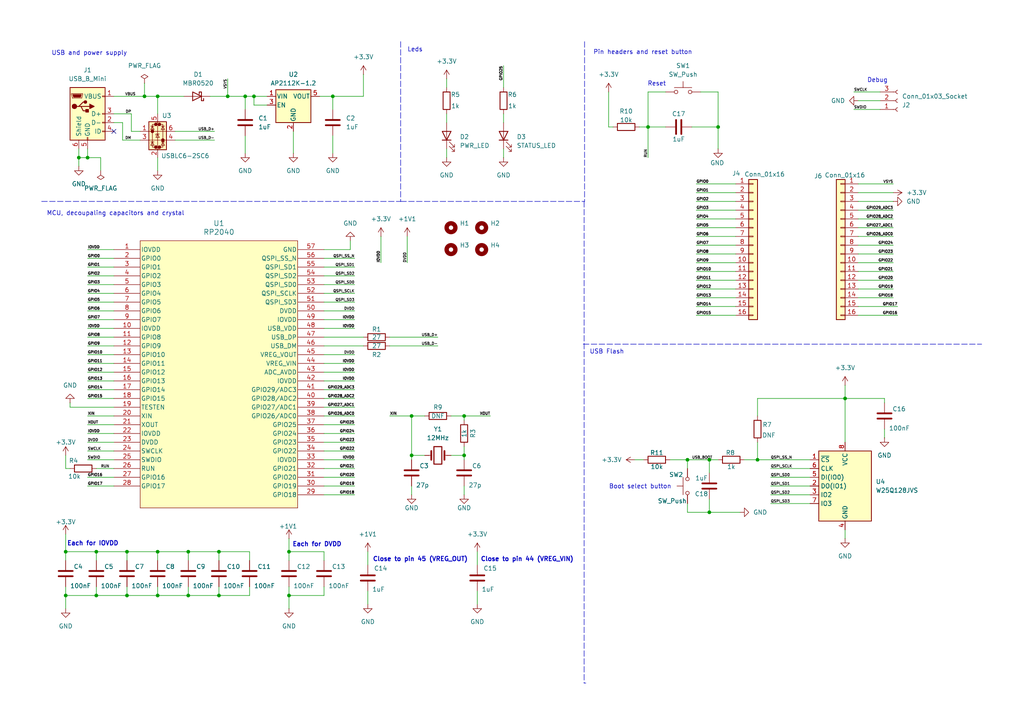
<source format=kicad_sch>
(kicad_sch (version 20231120) (generator "eeschema") (generator_version "8.0")
  (paper "A4")
  (junction (at 36.83 172.72))
  (junction (at 54.61 160.02))
  (junction (at 83.82 160.02))
  (junction (at 66.04 27.94))
  (junction (at 41.91 27.94))
  (junction (at 187.96 36.83))
  (junction (at 134.62 132.08))
  (junction (at 27.94 172.72))
  (junction (at 119.38 132.08))
  (junction (at 63.5 172.72))
  (junction (at 19.05 160.02))
  (junction (at 54.61 172.72))
  (junction (at 25.4 45.72))
  (junction (at 45.72 160.02))
  (junction (at 119.38 120.65))
  (junction (at 245.11 115.57))
  (junction (at 73.66 27.94))
  (junction (at 199.39 133.35))
  (junction (at 205.74 133.35))
  (junction (at 22.86 45.72))
  (junction (at 205.74 148.59))
  (junction (at 71.12 27.94))
  (junction (at 45.72 27.94))
  (junction (at 208.28 36.83))
  (junction (at 45.72 172.72))
  (junction (at 219.71 133.35))
  (junction (at 96.52 27.94))
  (junction (at 36.83 160.02))
  (junction (at 134.62 120.65))
  (junction (at 83.82 172.72))
  (junction (at 27.94 160.02))
  (junction (at 63.5 160.02))
  (junction (at 19.05 172.72))
  (no_connect (at 33.02 38.1))
  (wire (pts (xy 208.28 36.83) (xy 208.28 43.18)))
  (wire (pts (xy 19.05 160.02) (xy 19.05 162.56)))
  (wire (pts (xy 106.68 171.45) (xy 106.68 175.26)))
  (wire (pts (xy 93.98 118.11) (xy 102.87 118.11)))
  (wire (pts (xy 35.56 35.56) (xy 35.56 40.64)))
  (wire (pts (xy 25.4 74.93) (xy 33.02 74.93)))
  (wire (pts (xy 219.71 120.65) (xy 219.71 115.57)))
  (wire (pts (xy 25.4 120.65) (xy 33.02 120.65)))
  (wire (pts (xy 193.04 26.67) (xy 187.96 26.67)))
  (wire (pts (xy 25.4 105.41) (xy 33.02 105.41)))
  (wire (pts (xy 45.72 160.02) (xy 45.72 162.56)))
  (wire (pts (xy 194.31 133.35) (xy 199.39 133.35)))
  (wire (pts (xy 201.93 58.42) (xy 213.36 58.42)))
  (wire (pts (xy 85.09 38.1) (xy 85.09 44.45)))
  (polyline (pts (xy 169.164 99.822) (xy 284.734 99.822)) (stroke (width 0) (type dash)))
  (wire (pts (xy 205.74 144.78) (xy 205.74 148.59)))
  (wire (pts (xy 25.4 140.97) (xy 33.02 140.97)))
  (wire (pts (xy 248.92 58.42) (xy 259.08 58.42)))
  (wire (pts (xy 27.94 160.02) (xy 27.94 162.56)))
  (wire (pts (xy 113.03 100.33) (xy 127 100.33)))
  (wire (pts (xy 93.98 125.73) (xy 102.87 125.73)))
  (wire (pts (xy 199.39 133.35) (xy 199.39 135.89)))
  (wire (pts (xy 134.62 120.65) (xy 142.24 120.65)))
  (wire (pts (xy 219.71 128.27) (xy 219.71 133.35)))
  (wire (pts (xy 93.98 133.35) (xy 102.87 133.35)))
  (wire (pts (xy 201.93 71.12) (xy 213.36 71.12)))
  (wire (pts (xy 245.11 115.57) (xy 245.11 128.27)))
  (wire (pts (xy 19.05 132.08) (xy 19.05 135.89)))
  (wire (pts (xy 223.52 143.51) (xy 234.95 143.51)))
  (wire (pts (xy 25.4 87.63) (xy 33.02 87.63)))
  (wire (pts (xy 45.72 27.94) (xy 53.34 27.94)))
  (wire (pts (xy 93.98 172.72) (xy 83.82 172.72)))
  (wire (pts (xy 93.98 170.18) (xy 93.98 172.72)))
  (wire (pts (xy 93.98 85.09) (xy 102.87 85.09)))
  (wire (pts (xy 248.92 53.34) (xy 259.08 53.34)))
  (wire (pts (xy 93.98 128.27) (xy 102.87 128.27)))
  (wire (pts (xy 199.39 146.05) (xy 199.39 148.59)))
  (wire (pts (xy 25.4 82.55) (xy 33.02 82.55)))
  (wire (pts (xy 27.94 135.89) (xy 33.02 135.89)))
  (wire (pts (xy 73.66 27.94) (xy 73.66 30.48)))
  (wire (pts (xy 33.02 95.25) (xy 25.4 95.25)))
  (wire (pts (xy 93.98 120.65) (xy 102.87 120.65)))
  (wire (pts (xy 29.21 45.72) (xy 25.4 45.72)))
  (wire (pts (xy 83.82 170.18) (xy 83.82 172.72)))
  (wire (pts (xy 93.98 97.79) (xy 105.41 97.79)))
  (wire (pts (xy 50.8 40.64) (xy 62.23 40.64)))
  (wire (pts (xy 205.74 133.35) (xy 199.39 133.35)))
  (wire (pts (xy 208.28 133.35) (xy 205.74 133.35)))
  (wire (pts (xy 187.96 36.83) (xy 187.96 45.72)))
  (wire (pts (xy 54.61 160.02) (xy 45.72 160.02)))
  (wire (pts (xy 25.4 43.18) (xy 25.4 45.72)))
  (wire (pts (xy 245.11 111.76) (xy 245.11 115.57)))
  (wire (pts (xy 134.62 120.65) (xy 134.62 121.92)))
  (wire (pts (xy 66.04 22.86) (xy 66.04 27.94)))
  (wire (pts (xy 130.81 132.08) (xy 134.62 132.08)))
  (wire (pts (xy 200.66 36.83) (xy 208.28 36.83)))
  (wire (pts (xy 33.02 35.56) (xy 35.56 35.56)))
  (wire (pts (xy 25.4 45.72) (xy 22.86 45.72)))
  (wire (pts (xy 201.93 78.74) (xy 213.36 78.74)))
  (wire (pts (xy 223.52 135.89) (xy 234.95 135.89)))
  (wire (pts (xy 19.05 135.89) (xy 20.32 135.89)))
  (wire (pts (xy 25.4 92.71) (xy 33.02 92.71)))
  (wire (pts (xy 25.4 107.95) (xy 33.02 107.95)))
  (wire (pts (xy 25.4 115.57) (xy 33.02 115.57)))
  (wire (pts (xy 223.52 146.05) (xy 234.95 146.05)))
  (wire (pts (xy 203.2 26.67) (xy 208.28 26.67)))
  (wire (pts (xy 113.03 97.79) (xy 127 97.79)))
  (wire (pts (xy 138.43 160.02) (xy 138.43 163.83)))
  (wire (pts (xy 176.53 26.67) (xy 176.53 36.83)))
  (wire (pts (xy 248.92 71.12) (xy 259.08 71.12)))
  (wire (pts (xy 22.86 43.18) (xy 22.86 45.72)))
  (wire (pts (xy 205.74 148.59) (xy 214.63 148.59)))
  (wire (pts (xy 248.92 76.2) (xy 259.08 76.2)))
  (wire (pts (xy 119.38 132.08) (xy 123.19 132.08)))
  (wire (pts (xy 71.12 39.37) (xy 71.12 44.45)))
  (wire (pts (xy 110.49 68.58) (xy 110.49 76.2)))
  (wire (pts (xy 25.4 113.03) (xy 33.02 113.03)))
  (wire (pts (xy 184.15 133.35) (xy 186.69 133.35)))
  (wire (pts (xy 93.98 115.57) (xy 102.87 115.57)))
  (wire (pts (xy 93.98 162.56) (xy 93.98 160.02)))
  (wire (pts (xy 101.6 72.39) (xy 101.6 69.85)))
  (wire (pts (xy 248.92 60.96) (xy 259.08 60.96)))
  (wire (pts (xy 146.05 43.18) (xy 146.05 45.72)))
  (wire (pts (xy 38.1 38.1) (xy 40.64 38.1)))
  (wire (pts (xy 60.96 27.94) (xy 66.04 27.94)))
  (wire (pts (xy 187.96 36.83) (xy 193.04 36.83)))
  (polyline (pts (xy 169.418 198.12) (xy 169.926 198.12)) (stroke (width 0) (type dash)))
  (wire (pts (xy 134.62 133.35) (xy 134.62 132.08)))
  (wire (pts (xy 119.38 120.65) (xy 123.19 120.65)))
  (wire (pts (xy 201.93 83.82) (xy 213.36 83.82)))
  (polyline (pts (xy 169.418 58.42) (xy 169.418 198.12)) (stroke (width 0) (type dash)))
  (wire (pts (xy 22.86 45.72) (xy 22.86 48.26)))
  (wire (pts (xy 72.39 170.18) (xy 72.39 172.72)))
  (wire (pts (xy 93.98 143.51) (xy 102.87 143.51)))
  (wire (pts (xy 20.32 116.84) (xy 20.32 118.11)))
  (wire (pts (xy 36.83 160.02) (xy 36.83 162.56)))
  (wire (pts (xy 247.65 31.75) (xy 255.27 31.75)))
  (wire (pts (xy 96.52 27.94) (xy 105.41 27.94)))
  (wire (pts (xy 93.98 74.93) (xy 102.87 74.93)))
  (wire (pts (xy 83.82 172.72) (xy 83.82 176.53)))
  (wire (pts (xy 45.72 170.18) (xy 45.72 172.72)))
  (wire (pts (xy 96.52 27.94) (xy 96.52 31.75)))
  (wire (pts (xy 25.4 102.87) (xy 33.02 102.87)))
  (wire (pts (xy 93.98 160.02) (xy 83.82 160.02)))
  (wire (pts (xy 129.54 33.02) (xy 129.54 35.56)))
  (wire (pts (xy 113.03 120.65) (xy 119.38 120.65)))
  (wire (pts (xy 201.93 86.36) (xy 213.36 86.36)))
  (wire (pts (xy 256.54 124.46) (xy 256.54 127)))
  (wire (pts (xy 63.5 170.18) (xy 63.5 172.72)))
  (wire (pts (xy 50.8 38.1) (xy 62.23 38.1)))
  (wire (pts (xy 33.02 72.39) (xy 25.4 72.39)))
  (wire (pts (xy 248.92 55.88) (xy 259.08 55.88)))
  (wire (pts (xy 96.52 39.37) (xy 96.52 44.45)))
  (wire (pts (xy 199.39 148.59) (xy 205.74 148.59)))
  (wire (pts (xy 248.92 83.82) (xy 259.08 83.82)))
  (wire (pts (xy 66.04 27.94) (xy 71.12 27.94)))
  (wire (pts (xy 208.28 26.67) (xy 208.28 36.83)))
  (wire (pts (xy 93.98 77.47) (xy 102.87 77.47)))
  (wire (pts (xy 105.41 21.59) (xy 105.41 27.94)))
  (wire (pts (xy 77.47 30.48) (xy 73.66 30.48)))
  (wire (pts (xy 106.68 160.02) (xy 106.68 163.83)))
  (wire (pts (xy 73.66 27.94) (xy 77.47 27.94)))
  (wire (pts (xy 19.05 172.72) (xy 19.05 176.53)))
  (wire (pts (xy 93.98 100.33) (xy 105.41 100.33)))
  (wire (pts (xy 248.92 73.66) (xy 259.08 73.66)))
  (wire (pts (xy 93.98 87.63) (xy 102.87 87.63)))
  (wire (pts (xy 33.02 33.02) (xy 38.1 33.02)))
  (wire (pts (xy 248.92 86.36) (xy 259.08 86.36)))
  (wire (pts (xy 146.05 33.02) (xy 146.05 35.56)))
  (wire (pts (xy 27.94 160.02) (xy 36.83 160.02)))
  (wire (pts (xy 93.98 95.25) (xy 102.87 95.25)))
  (wire (pts (xy 118.11 68.58) (xy 118.11 76.2)))
  (wire (pts (xy 93.98 113.03) (xy 102.87 113.03)))
  (wire (pts (xy 19.05 154.94) (xy 19.05 160.02)))
  (wire (pts (xy 223.52 140.97) (xy 234.95 140.97)))
  (wire (pts (xy 25.4 138.43) (xy 33.02 138.43)))
  (wire (pts (xy 201.93 55.88) (xy 213.36 55.88)))
  (wire (pts (xy 93.98 123.19) (xy 102.87 123.19)))
  (wire (pts (xy 93.98 135.89) (xy 102.87 135.89)))
  (wire (pts (xy 27.94 170.18) (xy 27.94 172.72)))
  (wire (pts (xy 201.93 81.28) (xy 213.36 81.28)))
  (wire (pts (xy 45.72 160.02) (xy 36.83 160.02)))
  (wire (pts (xy 260.35 91.44) (xy 248.92 91.44)))
  (wire (pts (xy 201.93 88.9) (xy 213.36 88.9)))
  (wire (pts (xy 25.4 100.33) (xy 33.02 100.33)))
  (wire (pts (xy 83.82 156.21) (xy 83.82 160.02)))
  (wire (pts (xy 245.11 115.57) (xy 256.54 115.57)))
  (wire (pts (xy 45.72 172.72) (xy 36.83 172.72)))
  (wire (pts (xy 93.98 80.01) (xy 102.87 80.01)))
  (wire (pts (xy 19.05 172.72) (xy 27.94 172.72)))
  (wire (pts (xy 19.05 160.02) (xy 27.94 160.02)))
  (wire (pts (xy 176.53 36.83) (xy 177.8 36.83)))
  (wire (pts (xy 93.98 110.49) (xy 102.87 110.49)))
  (wire (pts (xy 134.62 129.54) (xy 134.62 132.08)))
  (wire (pts (xy 33.02 27.94) (xy 41.91 27.94)))
  (wire (pts (xy 72.39 160.02) (xy 63.5 160.02)))
  (wire (pts (xy 185.42 36.83) (xy 187.96 36.83)))
  (wire (pts (xy 248.92 63.5) (xy 259.08 63.5)))
  (wire (pts (xy 19.05 170.18) (xy 19.05 172.72)))
  (wire (pts (xy 20.32 118.11) (xy 33.02 118.11)))
  (wire (pts (xy 93.98 72.39) (xy 101.6 72.39)))
  (wire (pts (xy 63.5 172.72) (xy 54.61 172.72)))
  (wire (pts (xy 201.93 60.96) (xy 213.36 60.96)))
  (wire (pts (xy 93.98 92.71) (xy 102.87 92.71)))
  (wire (pts (xy 93.98 90.17) (xy 102.87 90.17)))
  (wire (pts (xy 25.4 123.19) (xy 33.02 123.19)))
  (wire (pts (xy 260.35 88.9) (xy 248.92 88.9)))
  (wire (pts (xy 25.4 133.35) (xy 33.02 133.35)))
  (wire (pts (xy 29.21 49.53) (xy 29.21 45.72)))
  (wire (pts (xy 219.71 133.35) (xy 234.95 133.35)))
  (wire (pts (xy 248.92 29.21) (xy 255.27 29.21)))
  (wire (pts (xy 219.71 115.57) (xy 245.11 115.57)))
  (wire (pts (xy 248.92 68.58) (xy 259.08 68.58)))
  (wire (pts (xy 119.38 120.65) (xy 119.38 132.08)))
  (wire (pts (xy 129.54 43.18) (xy 129.54 45.72)))
  (wire (pts (xy 25.4 90.17) (xy 33.02 90.17)))
  (wire (pts (xy 71.12 27.94) (xy 73.66 27.94)))
  (wire (pts (xy 25.4 128.27) (xy 33.02 128.27)))
  (wire (pts (xy 41.91 27.94) (xy 45.72 27.94)))
  (wire (pts (xy 54.61 172.72) (xy 45.72 172.72)))
  (wire (pts (xy 201.93 76.2) (xy 213.36 76.2)))
  (wire (pts (xy 146.05 19.05) (xy 146.05 25.4)))
  (wire (pts (xy 93.98 140.97) (xy 102.87 140.97)))
  (wire (pts (xy 205.74 133.35) (xy 205.74 137.16)))
  (wire (pts (xy 201.93 66.04) (xy 213.36 66.04)))
  (wire (pts (xy 248.92 81.28) (xy 259.08 81.28)))
  (wire (pts (xy 25.4 130.81) (xy 33.02 130.81)))
  (polyline (pts (xy 116.205 58.42) (xy 169.545 58.42)) (stroke (width 0) (type dash)))
  (wire (pts (xy 25.4 110.49) (xy 33.02 110.49)))
  (wire (pts (xy 248.92 78.74) (xy 259.08 78.74)))
  (wire (pts (xy 63.5 160.02) (xy 54.61 160.02)))
  (wire (pts (xy 72.39 162.56) (xy 72.39 160.02)))
  (polyline (pts (xy 12.065 58.42) (xy 116.205 58.42)) (stroke (width 0) (type dash)))
  (wire (pts (xy 25.4 80.01) (xy 33.02 80.01)))
  (wire (pts (xy 93.98 82.55) (xy 102.87 82.55)))
  (wire (pts (xy 119.38 133.35) (xy 119.38 132.08)))
  (wire (pts (xy 134.62 140.97) (xy 134.62 143.51)))
  (wire (pts (xy 92.71 27.94) (xy 96.52 27.94)))
  (wire (pts (xy 201.93 63.5) (xy 213.36 63.5)))
  (wire (pts (xy 36.83 170.18) (xy 36.83 172.72)))
  (wire (pts (xy 72.39 172.72) (xy 63.5 172.72)))
  (polyline (pts (xy 116.205 12.065) (xy 116.205 58.42)) (stroke (width 0) (type dash)))
  (wire (pts (xy 63.5 160.02) (xy 63.5 162.56)))
  (wire (pts (xy 41.91 24.13) (xy 41.91 27.94)))
  (wire (pts (xy 256.54 116.84) (xy 256.54 115.57)))
  (wire (pts (xy 245.11 153.67) (xy 245.11 156.21)))
  (wire (pts (xy 33.02 125.73) (xy 25.4 125.73)))
  (wire (pts (xy 93.98 138.43) (xy 102.87 138.43)))
  (wire (pts (xy 138.43 171.45) (xy 138.43 175.26)))
  (wire (pts (xy 129.54 22.86) (xy 129.54 25.4)))
  (wire (pts (xy 201.93 68.58) (xy 213.36 68.58)))
  (wire (pts (xy 119.38 140.97) (xy 119.38 143.51)))
  (wire (pts (xy 201.93 73.66) (xy 213.36 73.66)))
  (wire (pts (xy 45.72 45.72) (xy 45.72 49.53)))
  (wire (pts (xy 247.65 26.67) (xy 255.27 26.67)))
  (wire (pts (xy 223.52 138.43) (xy 234.95 138.43)))
  (wire (pts (xy 130.81 120.65) (xy 134.62 120.65)))
  (wire (pts (xy 93.98 130.81) (xy 102.87 130.81)))
  (wire (pts (xy 45.72 27.94) (xy 45.72 33.02)))
  (wire (pts (xy 93.98 107.95) (xy 102.87 107.95)))
  (wire (pts (xy 25.4 77.47) (xy 33.02 77.47)))
  (wire (pts (xy 201.93 91.44) (xy 213.36 91.44)))
  (wire (pts (xy 54.61 170.18) (xy 54.61 172.72)))
  (polyline (pts (xy 169.545 12.065) (xy 169.545 58.42)) (stroke (width 0) (type dash)))
  (wire (pts (xy 248.92 66.04) (xy 259.08 66.04)))
  (wire (pts (xy 25.4 85.09) (xy 33.02 85.09)))
  (wire (pts (xy 83.82 160.02) (xy 83.82 162.56)))
  (wire (pts (xy 187.96 26.67) (xy 187.96 36.83)))
  (wire (pts (xy 71.12 27.94) (xy 71.12 31.75)))
  (wire (pts (xy 35.56 40.64) (xy 40.64 40.64)))
  (wire (pts (xy 27.94 172.72) (xy 36.83 172.72)))
  (wire (pts (xy 93.98 102.87) (xy 102.87 102.87)))
  (wire (pts (xy 201.93 53.34) (xy 213.36 53.34)))
  (wire (pts (xy 38.1 33.02) (xy 38.1 38.1)))
  (wire (pts (xy 215.9 133.35) (xy 219.71 133.35)))
  (wire (pts (xy 25.4 97.79) (xy 33.02 97.79)))
  (wire (pts (xy 54.61 160.02) (xy 54.61 162.56)))
  (wire (pts (xy 93.98 105.41) (xy 102.87 105.41)))
  (text "USB and power supply" (at 25.908 15.494 0) (effects (font (size 1.27 1.27))))
  (text "Each for DVDD" (at 91.948 157.988 0) (effects (font (size 1.27 1.27) (thickness 0.254) (bold yes))))
  (text "Boot select button" (at 185.674 141.224 0) (effects (font (size 1.27 1.27))))
  (text "Debug" (at 254.508 23.368 0) (effects (font (size 1.27 1.27))))
  (text "Pin headers and reset button" (at 186.436 15.24 0) (effects (font (size 1.27 1.27))))
  (text "USB Flash" (at 176.022 102.108 0) (effects (font (size 1.27 1.27))))
  (text "MCU, decoupaling capacitors and crystal" (at 33.528 61.976 0) (effects (font (size 1.27 1.27))))
  (text "Leds" (at 120.396 14.478 0) (effects (font (size 1.27 1.27))))
  (text "Close to pin 45 (VREG_OUT)" (at 121.92 162.306 0) (effects (font (size 1.27 1.27) (thickness 0.254) (bold yes))))
  (text "Each for IOVDD" (at 26.924 157.734 0) (effects (font (size 1.27 1.27) (thickness 0.254) (bold yes))))
  (text "Close to pin 44 (VREG_VIN)" (at 152.908 162.306 0) (effects (font (size 1.27 1.27) (thickness 0.254) (bold yes))))
  (text "Reset" (at 190.5 24.384 0) (effects (font (size 1.27 1.27))))
  (label "XIN" (at 113.03 120.65 0) (effects (font (size 0.762 0.762) (thickness 0.254) (bold yes))))
  (label "GPIO8" (at 25.4 97.79 0) (effects (font (size 0.762 0.762) (thickness 0.254) (bold yes))))
  (label "SWDIO" (at 25.4 133.35 0) (effects (font (size 0.762 0.762) (thickness 0.1524) (bold yes))))
  (label "GPIO2" (at 201.93 58.42 0) (effects (font (size 0.762 0.762) (thickness 0.254) (bold yes))))
  (label "GPIO21" (at 102.87 135.89 180) (effects (font (size 0.762 0.762) (thickness 0.254) (bold yes))))
  (label "QSPI_SD1" (at 102.87 77.47 180) (effects (font (size 0.762 0.762) (thickness 0.1524) (bold yes))))
  (label "GPIO29_ADC3" (at 259.08 60.96 180) (effects (font (size 0.762 0.762) (thickness 0.254) (bold yes))))
  (label "GPIO17" (at 25.4 140.97 0) (effects (font (size 0.762 0.762) (thickness 0.254) (bold yes))))
  (label "DVDD" (at 102.87 102.87 180) (effects (font (size 0.762 0.762) (thickness 0.1524) (bold yes))))
  (label "GPIO24" (at 259.08 71.12 180) (effects (font (size 0.762 0.762) (thickness 0.254) (bold yes))))
  (label "GPIO26_ADC0" (at 259.08 68.58 180) (effects (font (size 0.762 0.762) (thickness 0.254) (bold yes))))
  (label "GPIO9" (at 201.93 76.2 0) (effects (font (size 0.762 0.762) (thickness 0.254) (bold yes))))
  (label "DVDD" (at 102.87 90.17 180) (effects (font (size 0.762 0.762) (thickness 0.1524) (bold yes))))
  (label "GPIO11" (at 201.93 81.28 0) (effects (font (size 0.762 0.762) (thickness 0.254) (bold yes))))
  (label "GPIO10" (at 25.4 102.87 0) (effects (font (size 0.762 0.762) (thickness 0.254) (bold yes))))
  (label "IOVDD" (at 110.49 76.2 90) (effects (font (size 0.762 0.762) (thickness 0.254) (bold yes))))
  (label "GPIO8" (at 201.93 73.66 0) (effects (font (size 0.762 0.762) (thickness 0.254) (bold yes))))
  (label "IOVDD" (at 102.87 92.71 180) (effects (font (size 0.762 0.762) (thickness 0.254) (bold yes))))
  (label "GPIO15" (at 201.93 91.44 0) (effects (font (size 0.762 0.762) (thickness 0.254) (bold yes))))
  (label "GPIO12" (at 25.4 107.95 0) (effects (font (size 0.762 0.762) (thickness 0.254) (bold yes))))
  (label "GPIO0" (at 201.93 53.34 0) (effects (font (size 0.762 0.762) (thickness 0.254) (bold yes))))
  (label "IOVDD" (at 102.87 95.25 180) (effects (font (size 0.762 0.762) (thickness 0.254) (bold yes))))
  (label "QSPI_SD2" (at 102.87 80.01 180) (effects (font (size 0.762 0.762) (thickness 0.1524) (bold yes))))
  (label "GPIO18" (at 259.08 86.36 180) (effects (font (size 0.762 0.762) (thickness 0.254) (bold yes))))
  (label "USB_BOOT" (at 200.66 133.35 0) (effects (font (size 0.762 0.762) (thickness 0.1524) (bold yes))))
  (label "GPIO12" (at 201.93 83.82 0) (effects (font (size 0.762 0.762) (thickness 0.254) (bold yes))))
  (label "GPIO0" (at 25.4 74.93 0) (effects (font (size 0.762 0.762) (thickness 0.254) (bold yes))))
  (label "IOVDD" (at 102.87 133.35 180) (effects (font (size 0.762 0.762) (thickness 0.254) (bold yes))))
  (label "QSPI_SD3" (at 223.52 146.05 0) (effects (font (size 0.762 0.762) (thickness 0.1524) (bold yes))))
  (label "DVDD" (at 118.11 76.2 90) (effects (font (size 0.762 0.762) (thickness 0.1524) (bold yes))))
  (label "XOUT" (at 142.24 120.65 180) (effects (font (size 0.762 0.762) (thickness 0.254) (bold yes))))
  (label "GPIO3" (at 25.4 82.55 0) (effects (font (size 0.762 0.762) (thickness 0.254) (bold yes))))
  (label "GPIO11" (at 25.4 105.41 0) (effects (font (size 0.762 0.762) (thickness 0.254) (bold yes))))
  (label "VBUS" (at 39.37 27.94 180) (effects (font (size 0.762 0.762) (thickness 0.1524) (bold yes))))
  (label "GPIO24" (at 102.87 125.73 180) (effects (font (size 0.762 0.762) (thickness 0.254) (bold yes))))
  (label "QSPI_SD0" (at 223.52 138.43 0) (effects (font (size 0.762 0.762) (thickness 0.1524) (bold yes))))
  (label "RUN" (at 29.21 135.89 0) (effects (font (size 0.762 0.762) (thickness 0.1524) (bold yes))))
  (label "IOVDD" (at 102.87 110.49 180) (effects (font (size 0.762 0.762) (thickness 0.254) (bold yes))))
  (label "RUN" (at 187.96 45.72 90) (effects (font (size 0.762 0.762) (thickness 0.1524) (bold yes))))
  (label "USB_D+" (at 127 97.79 180) (effects (font (size 0.762 0.762) (thickness 0.1524) (bold yes))))
  (label "GPIO1" (at 201.93 55.88 0) (effects (font (size 0.762 0.762) (thickness 0.254) (bold yes))))
  (label "GPIO28_ADC2" (at 259.08 63.5 180) (effects (font (size 0.762 0.762) (thickness 0.254) (bold yes))))
  (label "IOVDD" (at 102.87 105.41 180) (effects (font (size 0.762 0.762) (thickness 0.254) (bold yes))))
  (label "GPIO13" (at 25.4 110.49 0) (effects (font (size 0.762 0.762) (thickness 0.254) (bold yes))))
  (label "SWDIO" (at 247.65 31.75 0) (effects (font (size 0.762 0.762) (thickness 0.1524) (bold yes))))
  (label "IOVDD" (at 25.4 72.39 0) (effects (font (size 0.762 0.762) (thickness 0.254) (bold yes))))
  (label "GPIO16" (at 260.35 91.44 180) (effects (font (size 0.762 0.762) (thickness 0.254) (bold yes))))
  (label "GPIO7" (at 201.93 71.12 0) (effects (font (size 0.762 0.762) (thickness 0.254) (bold yes))))
  (label "XIN" (at 25.4 120.65 0) (effects (font (size 0.762 0.762) (thickness 0.254) (bold yes))))
  (label "GPIO13" (at 201.93 86.36 0) (effects (font (size 0.762 0.762) (thickness 0.254) (bold yes))))
  (label "IOVDD" (at 25.4 95.25 0) (effects (font (size 0.762 0.762) (thickness 0.254) (bold yes))))
  (label "USB_D-" (at 62.23 40.64 180) (effects (font (size 0.762 0.762) (thickness 0.1524) (bold yes))))
  (label "GPIO25" (at 146.05 19.05 270) (effects (font (size 0.762 0.762) (thickness 0.254) (bold yes))))
  (label "GPIO5" (at 25.4 87.63 0) (effects (font (size 0.762 0.762) (thickness 0.254) (bold yes))))
  (label "VSYS" (at 66.04 22.86 270) (effects (font (size 0.762 0.762) (thickness 0.1524) (bold yes))))
  (label "GPIO5" (at 201.93 66.04 0) (effects (font (size 0.762 0.762) (thickness 0.254) (bold yes))))
  (label "GPIO23" (at 259.08 73.66 180) (effects (font (size 0.762 0.762) (thickness 0.254) (bold yes))))
  (label "GPIO18" (at 102.87 143.51 180) (effects (font (size 0.762 0.762) (thickness 0.254) (bold yes))))
  (label "GPIO7" (at 25.4 92.71 0) (effects (font (size 0.762 0.762) (thickness 0.254) (bold yes))))
  (label "GPIO19" (at 259.08 83.82 180) (effects (font (size 0.762 0.762) (thickness 0.254) (bold yes))))
  (label "GPIO10" (at 201.93 78.74 0) (effects (font (size 0.762 0.762) (thickness 0.254) (bold yes))))
  (label "IOVDD" (at 102.87 107.95 180) (effects (font (size 0.762 0.762) (thickness 0.254) (bold yes))))
  (label "GPIO19" (at 102.87 140.97 180) (effects (font (size 0.762 0.762) (thickness 0.254) (bold yes))))
  (label "IOVDD" (at 25.4 125.73 0) (effects (font (size 0.762 0.762) (thickness 0.254) (bold yes))))
  (label "QSPI_SD3" (at 102.87 87.63 180) (effects (font (size 0.762 0.762) (thickness 0.1524) (bold yes))))
  (label "VSYS" (at 259.08 53.34 180) (effects (font (size 0.762 0.762) (thickness 0.1524) (bold yes))))
  (label "DVDD" (at 25.4 128.27 0) (effects (font (size 0.762 0.762) (thickness 0.1524) (bold yes))))
  (label "GPIO20" (at 102.87 138.43 180) (effects (font (size 0.762 0.762) (thickness 0.254) (bold yes))))
  (label "GPIO17" (at 260.35 88.9 180) (effects (font (size 0.762 0.762) (thickness 0.254) (bold yes))))
  (label "QSPI_SCLK" (at 102.87 85.09 180) (effects (font (size 0.762 0.762) (thickness 0.1524) (bold yes))))
  (label "GPIO25" (at 102.87 123.19 180) (effects (font (size 0.762 0.762) (thickness 0.254) (bold yes))))
  (label "GPIO4" (at 201.93 63.5 0) (effects (font (size 0.762 0.762) (thickness 0.254) (bold yes))))
  (label "GPIO15" (at 25.4 115.57 0) (effects (font (size 0.762 0.762) (thickness 0.254) (bold yes))))
  (label "GPIO1" (at 25.4 77.47 0) (effects (font (size 0.762 0.762) (thickness 0.254) (bold yes))))
  (label "GPIO22" (at 102.87 130.81 180) (effects (font (size 0.762 0.762) (thickness 0.254) (bold yes))))
  (label "GPIO3" (at 201.93 60.96 0) (effects (font (size 0.762 0.762) (thickness 0.254) (bold yes))))
  (label "QSPI_SD1" (at 223.52 140.97 0) (effects (font (size 0.762 0.762) (thickness 0.1524) (bold yes))))
  (label "GPIO21" (at 259.08 78.74 180) (effects (font (size 0.762 0.762) (thickness 0.254) (bold yes))))
  (label "DP" (at 38.1 33.02 180) (effects (font (size 0.762 0.762) (thickness 0.1524) (bold yes))))
  (label "GPIO14" (at 25.4 113.03 0) (effects (font (size 0.762 0.762) (thickness 0.254) (bold yes))))
  (label "GPIO29_ADC3" (at 102.87 113.03 180) (effects (font (size 0.762 0.762) (thickness 0.254) (bold yes))))
  (label "QSPI_SS_N" (at 102.87 74.93 180) (effects (font (size 0.762 0.762) (thickness 0.1524) (bold yes))))
  (label "GPIO23" (at 102.87 128.27 180) (effects (font (size 0.762 0.762) (thickness 0.254) (bold yes))))
  (label "GPIO6" (at 201.93 68.58 0) (effects (font (size 0.762 0.762) (thickness 0.254) (bold yes))))
  (label "GPIO22" (at 259.08 76.2 180) (effects (font (size 0.762 0.762) (thickness 0.254) (bold yes))))
  (label "GPIO27_ADC1" (at 259.08 66.04 180) (effects (font (size 0.762 0.762) (thickness 0.254) (bold yes))))
  (label "XOUT" (at 25.4 123.19 0) (effects (font (size 0.762 0.762) (thickness 0.254) (bold yes))))
  (label "QSPI_SD2" (at 223.52 143.51 0) (effects (font (size 0.762 0.762) (thickness 0.1524) (bold yes))))
  (label "GPIO6" (at 25.4 90.17 0) (effects (font (size 0.762 0.762) (thickness 0.254) (bold yes))))
  (label "USB_D-" (at 127 100.33 180) (effects (font (size 0.762 0.762) (thickness 0.1524) (bold yes))))
  (label "GPIO20" (at 259.08 81.28 180) (effects (font (size 0.762 0.762) (thickness 0.254) (bold yes))))
  (label "GPIO4" (at 25.4 85.09 0) (effects (font (size 0.762 0.762) (thickness 0.254) (bold yes))))
  (label "GPIO14" (at 201.93 88.9 0) (effects (font (size 0.762 0.762) (thickness 0.254) (bold yes))))
  (label "QSPI_SCLK" (at 223.52 135.89 0) (effects (font (size 0.762 0.762) (thickness 0.1524) (bold yes))))
  (label "GPIO9" (at 25.4 100.33 0) (effects (font (size 0.762 0.762) (thickness 0.254) (bold yes))))
  (label "USB_D+" (at 62.23 38.1 180) (effects (font (size 0.762 0.762) (thickness 0.1524) (bold yes))))
  (label "GPIO2" (at 25.4 80.01 0) (effects (font (size 0.762 0.762) (thickness 0.254) (bold yes))))
  (label "QSPI_SS_N" (at 223.52 133.35 0) (effects (font (size 0.762 0.762) (thickness 0.1524) (bold yes))))
  (label "QSPI_SD0" (at 102.87 82.55 180) (effects (font (size 0.762 0.762) (thickness 0.1524) (bold yes))))
  (label "GPIO28_ADC2" (at 102.87 115.57 180) (effects (font (size 0.762 0.762) (thickness 0.254) (bold yes))))
  (label "GPIO26_ADC0" (at 102.87 120.65 180) (effects (font (size 0.762 0.762) (thickness 0.254) (bold yes))))
  (label "SWCLK" (at 25.4 130.81 0) (effects (font (size 0.762 0.762) (thickness 0.1524) (bold yes))))
  (label "GPIO27_ADC1" (at 102.87 118.11 180) (effects (font (size 0.762 0.762) (thickness 0.254) (bold yes))))
  (label "DM" (at 38.1 40.64 180) (effects (font (size 0.762 0.762) (thickness 0.1524) (bold yes))))
  (label "SWCLK" (at 247.65 26.67 0) (effects (font (size 0.762 0.762) (thickness 0.1524) (bold yes))))
  (label "GPIO16" (at 25.4 138.43 0) (effects (font (size 0.762 0.762) (thickness 0.254) (bold yes))))
  (symbol (lib_id "power:GND") (at 129.54 45.72 0) (unit 1)
    (property "Reference" "#PWR024" (effects (hide yes)))
    (property "Value" "GND" (at 129.54 50.8 0))
    (property "Description" "Power symbol creates a global label with name \"GND\" , ground" (effects (hide yes)))
  )
  (symbol (lib_id "Regulator_Linear:AP2112K-1.2") (at 85.09 30.48 0) (unit 1)
    (property "Reference" "U2" (at 85.09 21.59 0))
    (property "Value" "AP2112K-1.2" (at 85.09 24.13 0))
    (property "Footprint" "Package_TO_SOT_SMD:SOT-23-5" (effects (hide yes)))
    (property "Datasheet" "https://www.diodes.com/assets/Datasheets/AP2112.pdf" (effects (hide yes)))
    (property "Description" "600mA low dropout linear regulator, with enable pin, 2.5V-6V input voltage range, 1.2V fixed positive output, SOT-23-5" (effects (hide yes)))
    (property "JLCPCB" "https://jlcpcb.com/parts/componentSearch?searchTxt=AP2112K-1.2" (effects (hide yes)))
  )
  (symbol (lib_id "Device:LED") (at 146.05 39.37 90) (unit 1)
    (property "Reference" "D3" (at 149.86 39.6874 90) (effects (justify right)))
    (property "Value" "STATUS_LED" (at 149.86 42.2274 90) (effects (justify right)))
    (property "Footprint" "LED_SMD:LED_0805_2012Metric" (effects (hide yes)))
    (property "Description" "Light emitting diode" (effects (hide yes)))
  )
  (symbol (lib_id "Switch:SW_Push") (at 198.12 26.67 0) (unit 1)
    (property "Reference" "SW1" (at 198.12 19.05 0))
    (property "Value" "SW_Push" (at 198.12 21.59 0))
    (property "Footprint" "Button_Switch_SMD:SW_SPST_PTS645" (effects (hide yes)))
    (property "Description" "Push button switch, generic, two pins" (effects (hide yes)))
  )
  (symbol (lib_id "power:GND") (at 20.32 116.84 180) (unit 1)
    (property "Reference" "#PWR014" (effects (hide yes)))
    (property "Value" "GND" (at 20.32 111.76 0))
    (property "Description" "Power symbol creates a global label with name \"GND\" , ground" (effects (hide yes)))
  )
  (symbol (lib_id "power:GND") (at 245.11 156.21 0) (unit 1)
    (property "Reference" "#PWR028" (effects (hide yes)))
    (property "Value" "GND" (at 245.11 161.29 0))
    (property "Description" "Power symbol creates a global label with name \"GND\" , ground" (effects (hide yes)))
  )
  (symbol (lib_id "Device:C") (at 93.98 166.37 0) (unit 1)
    (property "Reference" "C13" (at 96.266 164.338 0) (effects (justify left)))
    (property "Value" "100nF" (at 95.25 169.926 0) (effects (justify left)))
    (property "Footprint" "Capacitor_SMD:C_0201_0603Metric" (effects (hide yes)))
    (property "Description" "Unpolarized capacitor" (effects (hide yes)))
  )
  (symbol (lib_id "Power_Protection:USBLC6-2SC6") (at 45.72 38.1 0) (unit 1)
    (property "Reference" "U3" (at 46.99 33.528 0) (effects (justify left)))
    (property "Value" "USBLC6-2SC6" (at 46.736 45.212 0) (effects (justify left)))
    (property "Footprint" "Package_TO_SOT_SMD:SOT-23-6" (effects (hide yes)))
    (property "Datasheet" "https://www.st.com/resource/en/datasheet/usblc6-2.pdf" (effects (hide yes)))
    (property "Description" "Very low capacitance ESD protection diode, 2 data-line, SOT-23-6" (effects (hide yes)))
  )
  (symbol (lib_id "Device:C") (at 71.12 35.56 0) (unit 1)
    (property "Reference" "C1" (at 74.93 34.2899 0) (effects (justify left)))
    (property "Value" "1uF" (at 74.93 36.8299 0) (effects (justify left)))
    (property "Footprint" "Capacitor_SMD:C_0805_2012Metric" (effects (hide yes)))
    (property "Description" "Unpolarized capacitor" (effects (hide yes)))
  )
  (symbol (lib_id "power:PWR_FLAG") (at 41.91 24.13 0) (unit 1)
    (property "Reference" "#FLG01" (effects (hide yes)))
    (property "Value" "PWR_FLAG" (at 41.91 19.05 0))
    (property "Description" "Special symbol for telling ERC where power comes from" (effects (hide yes)))
  )
  (symbol (lib_id "Device:R") (at 181.61 36.83 90) (unit 1)
    (property "Reference" "R10" (at 181.61 32.258 90))
    (property "Value" "10k" (at 181.61 34.798 90))
    (property "Footprint" "Resistor_SMD:R_0805_2012Metric" (effects (hide yes)))
    (property "Description" "Resistor" (effects (hide yes)))
  )
  (symbol (lib_id "power:+1V1") (at 118.11 68.58 0) (unit 1)
    (property "Reference" "#PWR08" (effects (hide yes)))
    (property "Value" "+1V1" (at 118.11 63.5 0))
    (property "Description" "Power symbol creates a global label with name \"+1V1\"" (effects (hide yes)))
  )
  (symbol (lib_id "power:GND") (at 256.54 127 0) (unit 1)
    (property "Reference" "#PWR030" (effects (hide yes)))
    (property "Value" "GND" (at 256.54 132.08 0))
    (property "Description" "Power symbol creates a global label with name \"GND\" , ground" (effects (hide yes)))
  )
  (symbol (lib_id "Device:C") (at 119.38 137.16 0) (unit 1)
    (property "Reference" "C3" (at 121.666 135.128 0) (effects (justify left)))
    (property "Value" "27p" (at 120.65 140.716 0) (effects (justify left)))
    (property "Footprint" "Capacitor_SMD:C_0805_2012Metric" (effects (hide yes)))
    (property "Description" "Unpolarized capacitor" (effects (hide yes)))
  )
  (symbol (lib_id "power:GND") (at 248.92 29.21 270) (unit 1)
    (property "Reference" "#PWR027" (effects (hide yes)))
    (property "Value" "GND" (at 245.11 29.2099 90) (effects (justify right)))
    (property "Description" "Power symbol creates a global label with name \"GND\" , ground" (effects (hide yes)))
  )
  (symbol (lib_id "power:GND") (at 138.43 175.26 0) (unit 1)
    (property "Reference" "#PWR016" (effects (hide yes)))
    (property "Value" "GND" (at 138.43 180.34 0))
    (property "Description" "Power symbol creates a global label with name \"GND\" , ground" (effects (hide yes)))
  )
  (symbol (lib_id "power:+3.3V") (at 138.43 160.02 0) (unit 1)
    (property "Reference" "#PWR015" (effects (hide yes)))
    (property "Value" "+3.3V" (at 138.43 154.94 0))
    (property "Description" "Power symbol creates a global label with name \"+3.3V\"" (effects (hide yes)))
  )
  (symbol (lib_id "power:GND") (at 96.52 44.45 0) (unit 1)
    (property "Reference" "#PWR05" (effects (hide yes)))
    (property "Value" "GND" (at 96.52 49.53 0))
    (property "Description" "Power symbol creates a global label with name \"GND\" , ground" (effects (hide yes)))
  )
  (symbol (lib_id "power:GND") (at 71.12 44.45 0) (unit 1)
    (property "Reference" "#PWR03" (effects (hide yes)))
    (property "Value" "GND" (at 71.12 49.53 0))
    (property "Description" "Power symbol creates a global label with name \"GND\" , ground" (effects (hide yes)))
  )
  (symbol (lib_id "Connector:USB_B_Mini") (at 25.4 33.02 0) (unit 1)
    (property "Reference" "J1" (at 25.4 20.32 0))
    (property "Value" "USB_B_Mini" (at 25.4 22.86 0))
    (property "Footprint" "Connector_USB:USB_Mini-B_Lumberg_2486_01_Horizontal" (effects (hide yes)))
    (property "Description" "USB Mini Type B connector" (effects (hide yes)))
  )
  (symbol (lib_id "power:+3.3V") (at 245.11 111.76 0) (unit 1)
    (property "Reference" "#PWR029" (effects (hide yes)))
    (property "Value" "+3.3V" (at 245.11 106.68 0))
    (property "Description" "Power symbol creates a global label with name \"+3.3V\"" (effects (hide yes)))
  )
  (symbol (lib_id "power:+3.3V") (at 105.41 21.59 0) (unit 1)
    (property "Reference" "#PWR06" (effects (hide yes)))
    (property "Value" "+3.3V" (at 105.41 16.51 0))
    (property "Description" "Power symbol creates a global label with name \"+3.3V\"" (effects (hide yes)))
  )
  (symbol (lib_id "Mechanical:MountingHole") (at 139.7 66.04 0) (unit 1) (exclude_from_sim yes) (in_bom no)
    (property "Reference" "H2" (at 142.24 64.7699 0) (effects (justify left)))
    (property "Value" "MountingHole" (effects (hide yes)))
    (property "Footprint" "MountingHole:MountingHole_3mm" (effects (hide yes)))
    (property "Description" "Mounting Hole without connection" (effects (hide yes)))
  )
  (symbol (lib_id "Mechanical:MountingHole") (at 139.7 72.39 0) (unit 1) (exclude_from_sim yes) (in_bom no)
    (property "Reference" "H4" (at 142.24 71.1199 0) (effects (justify left)))
    (property "Value" "MountingHole" (effects (hide yes)))
    (property "Footprint" "MountingHole:MountingHole_3mm" (effects (hide yes)))
    (property "Description" "Mounting Hole without connection" (effects (hide yes)))
  )
  (symbol (lib_id "power:+3.3V") (at 19.05 132.08 0) (unit 1)
    (property "Reference" "#PWR022" (effects (hide yes)))
    (property "Value" "+3.3V" (at 19.05 128.27 0))
    (property "Description" "Power symbol creates a global label with name \"+3.3V\"" (effects (hide yes)))
  )
  (symbol (lib_id "RP2040:RP2040") (at 33.02 72.39 0) (unit 1)
    (property "Reference" "U1" (at 63.5 64.77 0) (effects (font (size 1.524 1.524))))
    (property "Value" "RP2040" (at 63.5 67.31 0) (effects (font (size 1.524 1.524))))
    (property "Footprint" "RP2040:IC57_RP2040" (effects (hide yes)))
    (property "Datasheet" "RP2040" (effects (hide yes)))
  )
  (symbol (lib_id "power:+3.3V") (at 110.49 68.58 0) (unit 1)
    (property "Reference" "#PWR07" (effects (hide yes)))
    (property "Value" "+3.3V" (at 110.49 63.5 0))
    (property "Description" "Power symbol creates a global label with name \"+3.3V\"" (effects (hide yes)))
  )
  (symbol (lib_id "power:GND") (at 45.72 49.53 0) (unit 1)
    (property "Reference" "#PWR02" (effects (hide yes)))
    (property "Value" "GND" (at 45.72 54.61 0))
    (property "Description" "Power symbol creates a global label with name \"GND\" , ground" (effects (hide yes)))
  )
  (symbol (lib_id "Device:R") (at 219.71 124.46 180) (unit 1)
    (property "Reference" "R7" (at 222.504 123.19 0))
    (property "Value" "DNF" (at 223.012 126.238 0))
    (property "Footprint" "Resistor_SMD:R_0201_0603Metric" (effects (hide yes)))
    (property "Description" "Resistor" (effects (hide yes)))
  )
  (symbol (lib_id "power:GND") (at 22.86 48.26 0) (unit 1)
    (property "Reference" "#PWR01" (effects (hide yes)))
    (property "Value" "GND" (at 22.86 53.34 0))
    (property "Description" "Power symbol creates a global label with name \"GND\" , ground" (effects (hide yes)))
  )
  (symbol (lib_id "power:+1V1") (at 106.68 160.02 0) (unit 1)
    (property "Reference" "#PWR018" (effects (hide yes)))
    (property "Value" "+1V1" (at 106.68 154.94 0))
    (property "Description" "Power symbol creates a global label with name \"+1V1\"" (effects (hide yes)))
  )
  (symbol (lib_id "Diode:MBR0520") (at 57.15 27.94 180) (unit 1)
    (property "Reference" "D1" (at 57.4675 21.59 0))
    (property "Value" "MBR0520" (at 57.4675 24.13 0))
    (property "Footprint" "Diode_SMD:D_SOD-123" (effects (hide yes)))
    (property "Datasheet" "http://www.mccsemi.com/up_pdf/MBR0520~MBR0580(SOD123).pdf" (effects (hide yes)))
    (property "Description" "20V 0.5A Schottky Power Rectifier Diode, SOD-123" (effects (hide yes)))
  )
  (symbol (lib_id "Mechanical:MountingHole") (at 130.81 66.04 0) (unit 1) (exclude_from_sim yes) (in_bom no)
    (property "Reference" "H1" (at 133.35 64.7699 0) (effects (justify left)))
    (property "Value" "MountingHole" (effects (hide yes)))
    (property "Footprint" "MountingHole:MountingHole_3mm" (effects (hide yes)))
    (property "Description" "Mounting Hole without connection" (effects (hide yes)))
  )
  (symbol (lib_id "Device:R") (at 190.5 133.35 270) (unit 1)
    (property "Reference" "R11" (at 190.5 131.318 90))
    (property "Value" "10k" (at 190.5 135.382 90))
    (property "Footprint" "Resistor_SMD:R_0805_2012Metric" (effects (hide yes)))
    (property "Description" "Resistor" (effects (hide yes)))
  )
  (symbol (lib_id "power:GND") (at 85.09 44.45 0) (unit 1)
    (property "Reference" "#PWR04" (effects (hide yes)))
    (property "Value" "GND" (at 85.09 49.53 0))
    (property "Description" "Power symbol creates a global label with name \"GND\" , ground" (effects (hide yes)))
  )
  (symbol (lib_id "power:+3.3V") (at 184.15 133.35 90) (unit 1)
    (property "Reference" "#PWR033" (effects (hide yes)))
    (property "Value" "+3.3V" (at 180.34 133.3499 90) (effects (justify left)))
    (property "Description" "Power symbol creates a global label with name \"+3.3V\"" (effects (hide yes)))
  )
  (symbol (lib_id "Device:R") (at 24.13 135.89 90) (unit 1)
    (property "Reference" "R4" (at 21.336 133.604 90))
    (property "Value" "10k" (at 21.59 138.176 90))
    (property "Footprint" "Resistor_SMD:R_0201_0603Metric" (effects (hide yes)))
    (property "Description" "Resistor" (effects (hide yes)))
  )
  (symbol (lib_id "power:PWR_FLAG") (at 29.21 49.53 180) (unit 1)
    (property "Reference" "#FLG02" (effects (hide yes)))
    (property "Value" "PWR_FLAG" (at 29.21 54.61 0))
    (property "Description" "Special symbol for telling ERC where power comes from" (effects (hide yes)))
  )
  (symbol (lib_id "power:GND") (at 214.63 148.59 90) (unit 1)
    (property "Reference" "#PWR031" (effects (hide yes)))
    (property "Value" "GND" (at 218.44 148.5899 90) (effects (justify right)))
    (property "Description" "Power symbol creates a global label with name \"GND\" , ground" (effects (hide yes)))
  )
  (symbol (lib_id "Device:C") (at 63.5 166.37 0) (unit 1)
    (property "Reference" "C10" (at 65.786 164.338 0) (effects (justify left)))
    (property "Value" "100nF" (at 64.77 169.926 0) (effects (justify left)))
    (property "Footprint" "Capacitor_SMD:C_0201_0603Metric" (effects (hide yes)))
    (property "Description" "Unpolarized capacitor" (effects (hide yes)))
  )
  (symbol (lib_id "power:+3.3V") (at 129.54 22.86 0) (unit 1)
    (property "Reference" "#PWR023" (effects (hide yes)))
    (property "Value" "+3.3V" (at 129.54 17.78 0))
    (property "Description" "Power symbol creates a global label with name \"+3.3V\"" (effects (hide yes)))
  )
  (symbol (lib_id "Device:C") (at 45.72 166.37 0) (unit 1)
    (property "Reference" "C8" (at 48.006 164.338 0) (effects (justify left)))
    (property "Value" "100nF" (at 46.99 169.926 0) (effects (justify left)))
    (property "Footprint" "Capacitor_SMD:C_0201_0603Metric" (effects (hide yes)))
    (property "Description" "Unpolarized capacitor" (effects (hide yes)))
  )
  (symbol (lib_id "Device:C") (at 196.85 36.83 90) (unit 1)
    (property "Reference" "C17" (at 196.85 33.02 90))
    (property "Value" "1uF" (at 196.85 40.386 90))
    (property "Footprint" "Capacitor_SMD:C_0805_2012Metric" (effects (hide yes)))
    (property "Description" "Unpolarized capacitor" (effects (hide yes)))
  )
  (symbol (lib_id "power:+3.3V") (at 259.08 55.88 270) (unit 1)
    (property "Reference" "#PWR035" (effects (hide yes)))
    (property "Value" "+3.3V" (at 262.89 55.8799 90) (effects (justify left)))
    (property "Description" "Power symbol creates a global label with name \"+3.3V\"" (effects (hide yes)))
  )
  (symbol (lib_id "power:+1V1") (at 83.82 156.21 0) (unit 1)
    (property "Reference" "#PWR012" (effects (hide yes)))
    (property "Value" "+1V1" (at 83.566 152.654 0))
    (property "Description" "Power symbol creates a global label with name \"+1V1\"" (effects (hide yes)))
  )
  (symbol (lib_id "Device:C") (at 36.83 166.37 0) (unit 1)
    (property "Reference" "C7" (at 39.116 164.338 0) (effects (justify left)))
    (property "Value" "100nF" (at 38.1 169.926 0) (effects (justify left)))
    (property "Footprint" "Capacitor_SMD:C_0201_0603Metric" (effects (hide yes)))
    (property "Description" "Unpolarized capacitor" (effects (hide yes)))
  )
  (symbol (lib_id "Device:C") (at 256.54 120.65 0) (unit 1)
    (property "Reference" "C16" (at 258.826 118.618 0) (effects (justify left)))
    (property "Value" "100nF" (at 257.81 124.206 0) (effects (justify left)))
    (property "Footprint" "Capacitor_SMD:C_0201_0603Metric" (effects (hide yes)))
    (property "Description" "Unpolarized capacitor" (effects (hide yes)))
  )
  (symbol (lib_id "Device:C") (at 106.68 167.64 0) (unit 1)
    (property "Reference" "C14" (at 108.458 164.846 0) (effects (justify left)))
    (property "Value" "1uF" (at 107.95 170.942 0) (effects (justify left)))
    (property "Footprint" "Capacitor_SMD:C_0201_0603Metric" (effects (hide yes)))
    (property "Description" "Unpolarized capacitor" (effects (hide yes)))
  )
  (symbol (lib_id "Device:C") (at 96.52 35.56 0) (unit 1)
    (property "Reference" "C2" (at 100.33 34.2899 0) (effects (justify left)))
    (property "Value" "1uF" (at 100.33 36.8299 0) (effects (justify left)))
    (property "Footprint" "Capacitor_SMD:C_0805_2012Metric" (effects (hide yes)))
    (property "Description" "Unpolarized capacitor" (effects (hide yes)))
  )
  (symbol (lib_id "Connector_Generic:Conn_01x16") (at 218.44 71.12 0) (unit 1)
    (property "Reference" "J4" (at 212.344 50.292 0) (effects (justify left)))
    (property "Value" "Conn_01x16" (at 215.9 50.546 0) (effects (justify left)))
    (property "Footprint" "Connector_PinSocket_2.54mm:PinSocket_1x16_P2.54mm_Vertical" (effects (hide yes)))
    (property "Description" "Generic connector, single row, 01x16, script generated (kicad-library-utils/schlib/autogen/connector/)" (effects (hide yes)))
  )
  (symbol (lib_id "power:GND") (at 106.68 175.26 0) (unit 1)
    (property "Reference" "#PWR017" (effects (hide yes)))
    (property "Value" "GND" (at 106.68 180.34 0))
    (property "Description" "Power symbol creates a global label with name \"GND\" , ground" (effects (hide yes)))
  )
  (symbol (lib_id "Device:R") (at 129.54 29.21 180) (unit 1)
    (property "Reference" "R5" (at 132.08 27.432 0))
    (property "Value" "1k" (at 132.08 30.734 0))
    (property "Footprint" "Resistor_SMD:R_0805_2012Metric" (effects (hide yes)))
    (property "Description" "Resistor" (effects (hide yes)))
  )
  (symbol (lib_id "Device:R") (at 109.22 97.79 90) (unit 1)
    (property "Reference" "R1" (at 109.22 95.504 90))
    (property "Value" "27" (at 109.22 97.79 90))
    (property "Footprint" "Resistor_SMD:R_0201_0603Metric" (effects (hide yes)))
    (property "Description" "Resistor" (effects (hide yes)))
  )
  (symbol (lib_id "Device:C") (at 19.05 166.37 0) (unit 1)
    (property "Reference" "C4" (at 21.336 164.338 0) (effects (justify left)))
    (property "Value" "100nF" (at 20.32 169.926 0) (effects (justify left)))
    (property "Footprint" "Capacitor_SMD:C_0201_0603Metric" (effects (hide yes)))
    (property "Description" "Unpolarized capacitor" (effects (hide yes)))
  )
  (symbol (lib_id "power:GND") (at 259.08 58.42 90) (unit 1)
    (property "Reference" "#PWR019" (effects (hide yes)))
    (property "Value" "GND" (at 262.89 58.4199 90) (effects (justify right)))
    (property "Description" "Power symbol creates a global label with name \"GND\" , ground" (effects (hide yes)))
  )
  (symbol (lib_id "Device:C") (at 205.74 140.97 0) (unit 1)
    (property "Reference" "C18" (at 203.454 143.256 0))
    (property "Value" "1uF" (at 203.454 138.684 0))
    (property "Footprint" "Capacitor_SMD:C_0805_2012Metric" (effects (hide yes)))
    (property "Description" "Unpolarized capacitor" (effects (hide yes)))
  )
  (symbol (lib_id "Device:R") (at 146.05 29.21 180) (unit 1)
    (property "Reference" "R6" (at 148.59 27.432 0))
    (property "Value" "1k" (at 148.59 30.734 0))
    (property "Footprint" "Resistor_SMD:R_0805_2012Metric" (effects (hide yes)))
    (property "Description" "Resistor" (effects (hide yes)))
  )
  (symbol (lib_id "Device:R") (at 212.09 133.35 270) (unit 1)
    (property "Reference" "R8" (at 211.836 131.318 90))
    (property "Value" "1k" (at 212.09 135.382 90))
    (property "Footprint" "Resistor_SMD:R_0201_0603Metric" (effects (hide yes)))
    (property "Description" "Resistor" (effects (hide yes)))
  )
  (symbol (lib_id "Device:R") (at 109.22 100.33 90) (unit 1)
    (property "Reference" "R2" (at 109.22 102.87 90))
    (property "Value" "27" (at 109.22 100.33 90))
    (property "Footprint" "Resistor_SMD:R_0201_0603Metric" (effects (hide yes)))
    (property "Description" "Resistor" (effects (hide yes)))
  )
  (symbol (lib_id "power:+3.3V") (at 176.53 26.67 0) (unit 1)
    (property "Reference" "#PWR032" (effects (hide yes)))
    (property "Value" "+3.3V" (at 176.53 21.59 0))
    (property "Description" "Power symbol creates a global label with name \"+3.3V\"" (effects (hide yes)))
  )
  (symbol (lib_id "Device:C") (at 134.62 137.16 0) (unit 1)
    (property "Reference" "C6" (at 136.906 135.128 0) (effects (justify left)))
    (property "Value" "27p" (at 135.89 140.716 0) (effects (justify left)))
    (property "Footprint" "Capacitor_SMD:C_0805_2012Metric" (effects (hide yes)))
    (property "Description" "Unpolarized capacitor" (effects (hide yes)))
  )
  (symbol (lib_id "power:GND") (at 83.82 176.53 0) (unit 1)
    (property "Reference" "#PWR011" (effects (hide yes)))
    (property "Value" "GND" (at 83.82 181.61 0))
    (property "Description" "Power symbol creates a global label with name \"GND\" , ground" (effects (hide yes)))
  )
  (symbol (lib_id "power:+3.3V") (at 19.05 154.94 0) (unit 1)
    (property "Reference" "#PWR09" (effects (hide yes)))
    (property "Value" "+3.3V" (at 19.05 151.384 0))
    (property "Description" "Power symbol creates a global label with name \"+3.3V\"" (effects (hide yes)))
  )
  (symbol (lib_id "Device:C") (at 27.94 166.37 0) (unit 1)
    (property "Reference" "C5" (at 30.226 164.338 0) (effects (justify left)))
    (property "Value" "100nF" (at 29.21 169.926 0) (effects (justify left)))
    (property "Footprint" "Capacitor_SMD:C_0201_0603Metric" (effects (hide yes)))
    (property "Description" "Unpolarized capacitor" (effects (hide yes)))
  )
  (symbol (lib_id "Connector:Conn_01x03_Socket") (at 260.35 29.21 0) (mirror x) (unit 1)
    (property "Reference" "J2" (at 261.62 30.4801 0) (effects (justify left)))
    (property "Value" "Conn_01x03_Socket" (at 261.62 27.9401 0) (effects (justify left)))
    (property "Footprint" "Connector_PinHeader_2.54mm:PinHeader_1x03_P2.54mm_Vertical" (effects (hide yes)))
    (property "Description" "Generic connector, single row, 01x03, script generated" (effects (hide yes)))
  )
  (symbol (lib_id "power:GND") (at 208.28 43.18 0) (unit 1)
    (property "Reference" "#PWR025" (effects (hide yes)))
    (property "Value" "GND" (at 208.026 47.244 0))
    (property "Description" "Power symbol creates a global label with name \"GND\" , ground" (effects (hide yes)))
  )
  (symbol (lib_id "power:GND") (at 146.05 45.72 0) (unit 1)
    (property "Reference" "#PWR026" (effects (hide yes)))
    (property "Value" "GND" (at 146.05 50.8 0))
    (property "Description" "Power symbol creates a global label with name \"GND\" , ground" (effects (hide yes)))
  )
  (symbol (lib_id "Device:C") (at 72.39 166.37 0) (unit 1)
    (property "Reference" "C11" (at 74.676 164.338 0) (effects (justify left)))
    (property "Value" "100nF" (at 73.66 169.926 0) (effects (justify left)))
    (property "Footprint" "Capacitor_SMD:C_0201_0603Metric" (effects (hide yes)))
    (property "Description" "Unpolarized capacitor" (effects (hide yes)))
  )
  (symbol (lib_id "Device:C") (at 138.43 167.64 0) (unit 1)
    (property "Reference" "C15" (at 140.208 164.846 0) (effects (justify left)))
    (property "Value" "1uF" (at 139.7 170.942 0) (effects (justify left)))
    (property "Footprint" "Capacitor_SMD:C_0201_0603Metric" (effects (hide yes)))
    (property "Description" "Unpolarized capacitor" (effects (hide yes)))
  )
  (symbol (lib_id "power:GND") (at 119.38 143.51 0) (unit 1)
    (property "Reference" "#PWR020" (effects (hide yes)))
    (property "Value" "GND" (at 119.38 147.32 0))
    (property "Description" "Power symbol creates a global label with name \"GND\" , ground" (effects (hide yes)))
  )
  (symbol (lib_id "Connector_Generic:Conn_01x16") (at 243.84 71.12 0) (mirror y) (unit 1)
    (property "Reference" "J6" (at 238.506 51.054 0) (effects (justify left)))
    (property "Value" "Conn_01x16" (at 250.952 50.8 0) (effects (justify left)))
    (property "Footprint" "Connector_PinSocket_2.54mm:PinSocket_1x16_P2.54mm_Vertical" (effects (hide yes)))
    (property "Description" "Generic connector, single row, 01x16, script generated (kicad-library-utils/schlib/autogen/connector/)" (effects (hide yes)))
  )
  (symbol (lib_id "Device:R") (at 134.62 125.73 180) (unit 1)
    (property "Reference" "R3" (at 137.16 125.73 90))
    (property "Value" "1k" (at 134.62 125.73 90))
    (property "Footprint" "Resistor_SMD:R_0805_2012Metric" (effects (hide yes)))
    (property "Description" "Resistor" (effects (hide yes)))
  )
  (symbol (lib_id "Device:C") (at 83.82 166.37 0) (unit 1)
    (property "Reference" "C12" (at 86.106 164.338 0) (effects (justify left)))
    (property "Value" "100nF" (at 85.09 169.926 0) (effects (justify left)))
    (property "Footprint" "Capacitor_SMD:C_0201_0603Metric" (effects (hide yes)))
    (property "Description" "Unpolarized capacitor" (effects (hide yes)))
  )
  (symbol (lib_id "Device:Crystal") (at 127 132.08 0) (unit 1)
    (property "Reference" "Y1" (at 127 124.46 0))
    (property "Value" "12MHz" (at 127 127 0))
    (property "Footprint" "HC49SM:XTAL_HC49SM_MTC" (effects (hide yes)))
    (property "Description" "Two pin crystal" (effects (hide yes)))
    (property "TME" "https://www.tme.eu/pl/details/12.00m-smdhc49s/rezonatory-kwarcowe-smd/yic/" (effects (hide yes)))
  )
  (symbol (lib_id "Memory_Flash:W25Q128JVS") (at 245.11 140.97 0) (unit 1)
    (property "Reference" "U4" (at 254 139.6999 0) (effects (justify left)))
    (property "Value" "W25Q128JVS" (at 254 142.2399 0) (effects (justify left)))
    (property "Footprint" "Package_SO:SOIC-8_5.23x5.23mm_P1.27mm" (effects (hide yes)))
    (property "Datasheet" "https://www.winbond.com/resource-files/w25q128jv_dtr%20revc%2003272018%20plus.pdf" (effects (hide yes)))
    (property "Description" "128Mb Serial Flash Memory, Standard/Dual/Quad SPI, SOIC-8" (effects (hide yes)))
  )
  (symbol (lib_id "Device:C") (at 54.61 166.37 0) (unit 1)
    (property "Reference" "C9" (at 56.896 164.338 0) (effects (justify left)))
    (property "Value" "100nF" (at 55.88 169.926 0) (effects (justify left)))
    (property "Footprint" "Capacitor_SMD:C_0201_0603Metric" (effects (hide yes)))
    (property "Description" "Unpolarized capacitor" (effects (hide yes)))
  )
  (symbol (lib_id "power:GND") (at 19.05 176.53 0) (unit 1)
    (property "Reference" "#PWR010" (effects (hide yes)))
    (property "Value" "GND" (at 19.05 181.61 0))
    (property "Description" "Power symbol creates a global label with name \"GND\" , ground" (effects (hide yes)))
  )
  (symbol (lib_id "Mechanical:MountingHole") (at 130.81 72.39 0) (unit 1) (exclude_from_sim yes) (in_bom no)
    (property "Reference" "H3" (at 133.35 71.1199 0) (effects (justify left)))
    (property "Value" "MountingHole" (effects (hide yes)))
    (property "Footprint" "MountingHole:MountingHole_3mm" (effects (hide yes)))
    (property "Description" "Mounting Hole without connection" (effects (hide yes)))
  )
  (symbol (lib_id "power:GND") (at 101.6 69.85 180) (unit 1)
    (property "Reference" "#PWR013" (effects (hide yes)))
    (property "Value" "GND" (at 101.6 64.77 0))
    (property "Description" "Power symbol creates a global label with name \"GND\" , ground" (effects (hide yes)))
  )
  (symbol (lib_id "Switch:SW_Push") (at 199.39 140.97 90) (unit 1)
    (property "Reference" "SW2" (at 194.056 137.668 90) (effects (justify right)))
    (property "Value" "SW_Push" (at 190.754 145.288 90) (effects (justify right)))
    (property "Footprint" "Button_Switch_SMD:SW_SPST_PTS645" (effects (hide yes)))
    (property "Description" "Push button switch, generic, two pins" (effects (hide yes)))
  )
  (symbol (lib_id "Device:LED") (at 129.54 39.37 90) (unit 1)
    (property "Reference" "D2" (at 133.35 39.6874 90) (effects (justify right)))
    (property "Value" "PWR_LED" (at 133.35 42.2274 90) (effects (justify right)))
    (property "Footprint" "LED_SMD:LED_0805_2012Metric" (effects (hide yes)))
    (property "Description" "Light emitting diode" (effects (hide yes)))
  )
  (symbol (lib_id "Device:R") (at 127 120.65 270) (unit 1)
    (property "Reference" "R9" (at 127 118.11 90))
    (property "Value" "DNF" (at 127 120.65 90))
    (property "Footprint" "Resistor_SMD:R_0805_2012Metric" (effects (hide yes)))
    (property "Description" "Resistor" (effects (hide yes)))
  )
  (symbol (lib_id "power:GND") (at 134.62 143.51 0) (unit 1)
    (property "Reference" "#PWR021" (effects (hide yes)))
    (property "Value" "GND" (at 134.62 147.32 0))
    (property "Description" "Power symbol creates a global label with name \"GND\" , ground" (effects (hide yes)))
  )
)
</source>
